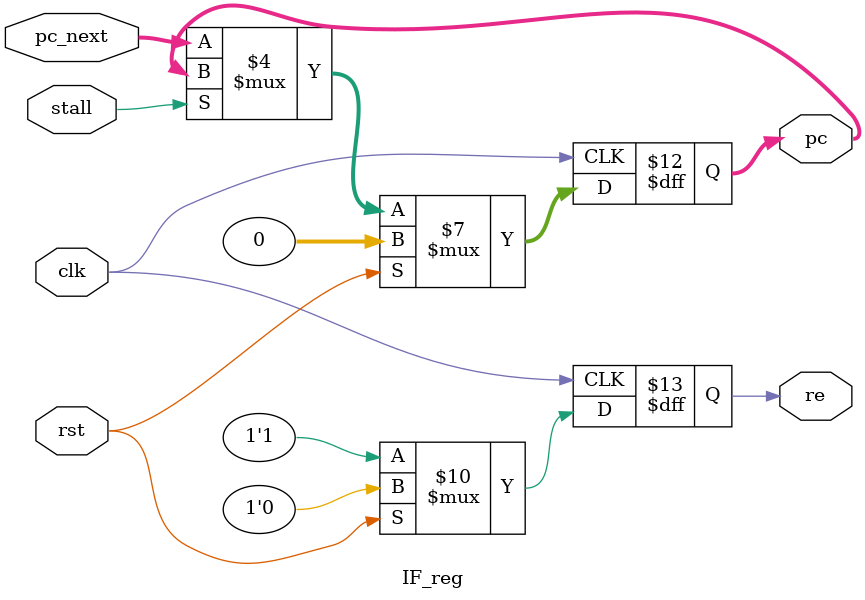
<source format=v>
/**
 * Registers of Instruction Fetch Stage
 * @author Zengkai Jiang
 * @date 2018.10.04
 */


module IF_reg(
    // clock and reset
    input clk, input rst, input stall,
    // program counter
    input [31:0] pc_next, output reg [31:0] pc, output reg re
    );


    // read enable
    always @ (posedge clk) begin
        if (rst)
            re <= 0;
        else
            re <= 1;
    end


    // program counter
    always @ (posedge clk) begin
        if (rst)
            pc <= 32'h0;
        else if (~stall)
            pc <= pc_next;
    end


endmodule

</source>
